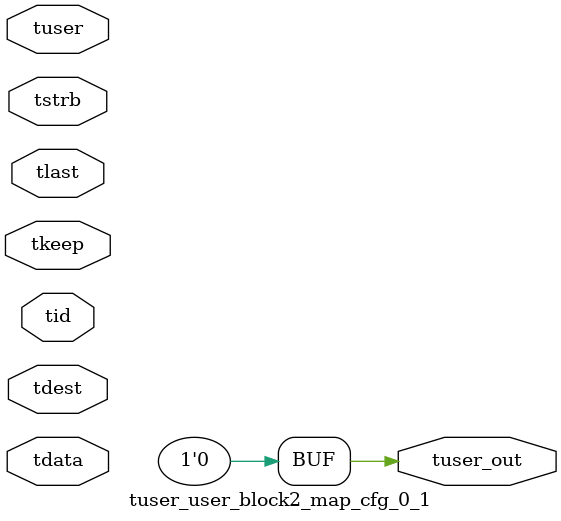
<source format=v>


`timescale 1ps/1ps

module tuser_user_block2_map_cfg_0_1 #
(
parameter C_S_AXIS_TUSER_WIDTH = 1,
parameter C_S_AXIS_TDATA_WIDTH = 32,
parameter C_S_AXIS_TID_WIDTH   = 0,
parameter C_S_AXIS_TDEST_WIDTH = 0,
parameter C_M_AXIS_TUSER_WIDTH = 1
)
(
input  [(C_S_AXIS_TUSER_WIDTH == 0 ? 1 : C_S_AXIS_TUSER_WIDTH)-1:0     ] tuser,
input  [(C_S_AXIS_TDATA_WIDTH == 0 ? 1 : C_S_AXIS_TDATA_WIDTH)-1:0     ] tdata,
input  [(C_S_AXIS_TID_WIDTH   == 0 ? 1 : C_S_AXIS_TID_WIDTH)-1:0       ] tid,
input  [(C_S_AXIS_TDEST_WIDTH == 0 ? 1 : C_S_AXIS_TDEST_WIDTH)-1:0     ] tdest,
input  [(C_S_AXIS_TDATA_WIDTH/8)-1:0 ] tkeep,
input  [(C_S_AXIS_TDATA_WIDTH/8)-1:0 ] tstrb,
input                                                                    tlast,
output [C_M_AXIS_TUSER_WIDTH-1:0] tuser_out
);

assign tuser_out = {1'b0};

endmodule


</source>
